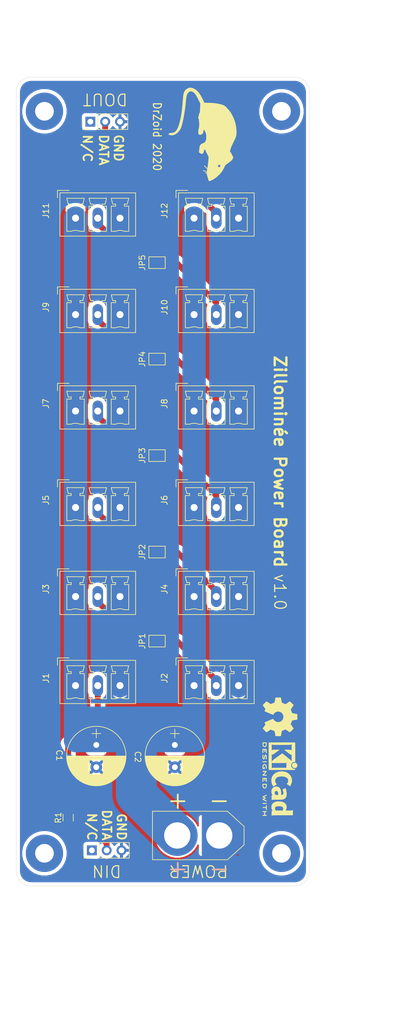
<source format=kicad_pcb>
(kicad_pcb (version 20171130) (host pcbnew "(5.1.4)-1")
  (layers (0 F.Cu signal) (31 B.Cu signal) (34 B.Paste user) (35 F.Paste user) (36 B.SilkS user) (37 F.SilkS user) (38 B.Mask user) (39 F.Mask user) (44 Edge.Cuts user))
  (net 0 "")
  (net 1 "Net-(J10-Pad2)")
  (net 2 "Net-(J2-Pad2)")
  (net 3 "Net-(J4-Pad2)")
  (net 4 "Net-(J6-Pad2)")
  (net 5 "Net-(J8-Pad2)")
  (net 6 +12V)
  (net 7 GND)
  (net 8 DATA_IN)
  (net 9 "Net-(J34-Pad2)")
  (net 10 DATA_OUT)
  (net 11 "Net-(J3-Pad2)")
  (net 12 "Net-(J5-Pad2)")
  (net 13 "Net-(J7-Pad2)")
  (net 14 "Net-(J9-Pad2)")
  (net 15 "Net-(J11-Pad2)")
  (module Mounting_Holes:MountingHole_3.2mm_M3_Pad (layer F.Cu) (at 30.48 167.64)
    (fp_text reference H4 hide)
    (fp_text value MountingHole)
    (pad 1 thru_hole circle (at 0 0) (size 6.4 6.4) (drill 3.2) (layers *.Cu *.Mask))
  )
  (module Mounting_Holes:MountingHole_3.2mm_M3_Pad (layer F.Cu) (at 71.12 167.64)
    (fp_text reference H3 hide)
    (fp_text value MountingHole)
    (pad 1 thru_hole circle (at 0 0) (size 6.4 6.4) (drill 3.2) (layers *.Cu *.Mask))
  )
  (module Mounting_Holes:MountingHole_3.2mm_M3_Pad (layer F.Cu) (at 71.12 40.64)
    (fp_text reference H2 hide)
    (fp_text value MountingHole)
    (pad 1 thru_hole circle (at 0 0) (size 6.4 6.4) (drill 3.2) (layers *.Cu *.Mask))
  )
  (module Mounting_Holes:MountingHole_3.2mm_M3_Pad (layer F.Cu) (at 30.48 40.64)
    (fp_text reference H1 hide)
    (fp_text value MountingHole)
    (pad 1 thru_hole circle (at 0 0) (size 6.4 6.4) (drill 3.2) (layers *.Cu *.Mask))
  )
  (module Capacitors_ThroughHole:CP_Radial_D10.0mm_P3.80mm (layer F.Cu) (at 52.832 149.098 270)
    (fp_text reference C2 (at 2.032 6.35 270 unlocked) (layer F.SilkS))
    (fp_text value CP)
    (pad 1 thru_hole rect (at 0 0 270) (size 2 2) (drill 1) (layers *.Cu *.Mask) (net 6 +12V))
    (pad 2 thru_hole circle (at 3.8 0 270) (size 2 2) (drill 1) (layers *.Cu *.Mask) (net 7 GND))
  )
  (module Capacitors_ThroughHole:CP_Radial_D10.0mm_P3.80mm (layer F.Cu) (at 39.37 149.098 270)
    (fp_text reference C1 (at 1.778 6.35 270 unlocked) (layer F.SilkS))
    (fp_text value CP)
    (pad 1 thru_hole rect (at 0 0 270) (size 2 2) (drill 1) (layers *.Cu *.Mask) (net 6 +12V))
    (pad 2 thru_hole circle (at 3.8 0 270) (size 2 2) (drill 1) (layers *.Cu *.Mask) (net 7 GND))
  )
  (module Symbols:OSHW-Symbol_6.7x6mm_SilkScreen (layer F.Cu) (at 70.866 144.272 270)
    (fp_text reference REF*** hide)
    (fp_text value OSHW-Symbol_6.7x6mm_SilkScreen hide)
  )
  (module Symbols:KiCad-Logo2_6mm_SilkScreen (layer F.Cu) (at 70.866 154.94 270)
    (fp_text reference REF*** hide)
    (fp_text value KiCad-Logo2_6mm_SilkScreen hide)
  )
  (module Jumper:SolderJumper-2_P1.3mm_Open_Pad1.0x1.5mm (layer F.Cu) (at 49.784 66.548 180)
    (fp_text reference JP5 (at 2.54 0 -90) (layer F.SilkS))
    (fp_text value SolderJumper_2_Open)
    (pad 1 smd rect (at -0.65 0 180) (size 1 1.5) (layers F.Cu F.Mask) (net 1 "Net-(J10-Pad2)"))
    (pad 2 smd rect (at 0.65 0 180) (size 1 1.5) (layers F.Cu F.Mask) (net 15 "Net-(J11-Pad2)"))
  )
  (module Jumper:SolderJumper-2_P1.3mm_Open_Pad1.0x1.5mm (layer F.Cu) (at 49.784 83.058 180)
    (fp_text reference JP4 (at 2.54 0 -90) (layer F.SilkS))
    (fp_text value SolderJumper_2_Open)
    (pad 1 smd rect (at -0.65 0 180) (size 1 1.5) (layers F.Cu F.Mask) (net 5 "Net-(J8-Pad2)"))
    (pad 2 smd rect (at 0.65 0 180) (size 1 1.5) (layers F.Cu F.Mask) (net 14 "Net-(J9-Pad2)"))
  )
  (module Jumper:SolderJumper-2_P1.3mm_Open_Pad1.0x1.5mm (layer F.Cu) (at 49.784 99.568 180)
    (fp_text reference JP3 (at 2.54 0 -90) (layer F.SilkS))
    (fp_text value SolderJumper_2_Open)
    (pad 1 smd rect (at -0.65 0 180) (size 1 1.5) (layers F.Cu F.Mask) (net 4 "Net-(J6-Pad2)"))
    (pad 2 smd rect (at 0.65 0 180) (size 1 1.5) (layers F.Cu F.Mask) (net 13 "Net-(J7-Pad2)"))
  )
  (module Jumper:SolderJumper-2_P1.3mm_Open_Pad1.0x1.5mm (layer F.Cu) (at 49.784 116.078 180)
    (fp_text reference JP2 (at 2.54 0 -90) (layer F.SilkS))
    (fp_text value SolderJumper_2_Open)
    (pad 1 smd rect (at -0.65 0 180) (size 1 1.5) (layers F.Cu F.Mask) (net 3 "Net-(J4-Pad2)"))
    (pad 2 smd rect (at 0.65 0 180) (size 1 1.5) (layers F.Cu F.Mask) (net 12 "Net-(J5-Pad2)"))
  )
  (module Jumper:SolderJumper-2_P1.3mm_Open_Pad1.0x1.5mm (layer F.Cu) (at 49.784 131.318 180)
    (fp_text reference JP1 (at 2.54 0 -90) (layer F.SilkS))
    (fp_text value SolderJumper_2_Open)
    (pad 1 smd rect (at -0.65 0 180) (size 1 1.5) (layers F.Cu F.Mask) (net 2 "Net-(J2-Pad2)"))
    (pad 2 smd rect (at 0.65 0 180) (size 1 1.5) (layers F.Cu F.Mask) (net 11 "Net-(J3-Pad2)"))
  )
  (module zillo-mini-devkit:LOGO_RAT (layer B.Cu) (at 59.944 44.958 90)
    (fp_text reference REF** hide)
    (fp_text value LOGO_RAT hide)
    (fp_poly (pts (xy -5.538 1.139) (xy -5.449 1.185) (xy -5.185 0.762) (xy -5.212 0.744) (xy -5.234 0.727) (xy -5.257 0.705) (xy -5.272 0.688) (xy -5.287 0.667) (xy -5.299 0.647) (xy -5.308 0.63) (xy -5.316 0.613) (xy -5.321 0.599) (xy -5.325 0.583) (xy -5.328 0.571) (xy -5.332 0.552) (xy -5.334 0.54) (xy -5.337 0.523) (xy -5.338 0.511) (xy -5.338 0.496) (xy -5.338 0.481) (xy -5.337 0.465) (xy -5.334 0.446) (xy -5.329 0.423) (xy -5.324 0.407) (xy -5.318 0.389) (xy -5.309 0.368) (xy -5.295 0.343) (xy -5.284 0.326) (xy -5.271 0.309) (xy -5.258 0.293) (xy -5.242 0.278) (xy -5.209 0.251) (xy -5.188 0.238) (xy -5.171 0.229) (xy -5.152 0.221) (xy -5.131 0.213) (xy -5.102 0.205) (xy -5.055 0.198) (xy -5.017 0.198) (xy -4.973 0.204) (xy -4.935 0.216) (xy -4.902 0.23) (xy -4.875 0.246) (xy -4.858 0.258) (xy -4.828 0.283) (xy -4.797 0.317) (xy -4.78 0.342) (xy -4.76 0.38) (xy -4.75 0.41) (xy -4.745 0.431) (xy -4.74 0.458) (xy -4.737 0.5) (xy -4.739 0.536) (xy -4.748 0.579) (xy -4.765 0.625) (xy -4.783 0.66) (xy -4.809 0.694) (xy -4.821 0.707) (xy -4.838 0.723) (xy -4.848 0.732) (xy -4.87 0.748) (xy -4.893 0.762) (xy -4.905 0.768) (xy -4.92 0.776) (xy -4.931 0.78) (xy -4.95 0.786) (xy -4.96 0.789) (xy -4.972 0.792) (xy -4.982 0.794) (xy -4.995 0.796) (xy -5.012 0.798) (xy -5.03 0.799) (xy -5.057 0.799) (xy -5.082 0.797) (xy -5.118 0.791) (xy -5.144 0.782) (xy -5.163 0.773) (xy -5.178 0.765) (xy -5.181 0.763) (xy -5.446 1.187) (xy -5.281 1.275) (xy -5.061 1.366) (xy -4.953 1.428) (xy -4.85 1.501) (xy -4.748 1.609) (xy -4.627 1.758) (xy -4.477 1.97) (xy -4.354 2.148) (xy -4.203 2.346) (xy -4.084 2.486) (xy -3.995 2.577) (xy -3.867 2.674) (xy -3.758 2.737) (xy -3.653 2.787) (xy -3.57 2.799) (xy -3.514 2.79) (xy -3.438 2.759) (xy -3.322 2.696) (xy -3.227 2.625) (xy -3.133 2.569) (xy -3.048 2.546) (xy -2.949 2.511) (xy -2.871 2.464) (xy -2.807 2.412) (xy -2.704 2.332) (xy -2.634 2.278) (xy -2.558 2.267) (xy -2.444 2.269) (xy -2.295 2.305) (xy -2.023 2.383) (xy -1.618 2.542) (xy -1.359 2.658) (xy -0.899 2.875) (xy -0.469 3.089) (xy -0.308 3.17) (xy -0.114 3.247) (xy 0.046 3.297) (xy 0.225 3.338) (xy 0.385 3.358) (xy 0.528 3.366) (xy 0.69 3.373) (xy 0.8 3.372) (xy 0.993 3.37) (xy 1.135 3.364) (xy 1.278 3.35) (xy 1.497 3.328) (xy 1.639 3.308) (xy 1.864 3.27) (xy 2.015 3.24) (xy 2.212 3.194) (xy 2.357 3.155) (xy 2.604 3.085) (xy 2.79 3.017) (xy 3.089 2.904) (xy 3.604 2.649) (xy 4.017 2.422) (xy 4.139 2.347) (xy 4.406 2.134) (xy 4.908 1.685) (xy 5.073 1.519) (xy 5.141 1.417) (xy 5.221 1.283) (xy 5.313 1.118) (xy 5.373 0.92) (xy 5.437 0.676) (xy 5.519 0.295) (xy 5.572 0.008) (xy 5.614 -0.295) (xy 5.648 -0.668) (xy 5.673 -1.234) (xy 5.681 -2.081) (xy 5.713 -2.101) (xy 6.21 -2.347) (xy 6.613 -2.543) (xy 7.101 -2.825) (xy 7.337 -2.986) (xy 7.5 -3.11) (xy 7.675 -3.269) (xy 7.804 -3.397) (xy 7.902 -3.529) (xy 7.992 -3.661) (xy 8.075 -3.796) (xy 8.164 -3.99) (xy 8.23 -4.173) (xy 8.256 -4.327) (xy 8.261 -4.46) (xy 8.253 -4.58) (xy 8.229 -4.692) (xy 8.184 -4.818) (xy 8.116 -4.936) (xy 8.036 -5.05) (xy 7.893 -5.213) (xy 7.707 -5.347) (xy 7.552 -5.43) (xy 7.396 -5.484) (xy 7.101 -5.548) (xy 6.744 -5.587) (xy 5.63 -5.684) (xy 4.822 -5.765) (xy 4.469 -5.803) (xy 4.039 -5.855) (xy 3.653 -5.912) (xy 3.212 -5.995) (xy 2.763 -6.093) (xy 2.316 -6.207) (xy 1.981 -6.314) (xy 1.67 -6.409) (xy 1.497 -6.475) (xy 1.308 -6.57) (xy 1.137 -6.665) (xy 0.99 -6.76) (xy 0.879 -6.857) (xy 0.767 -6.965) (xy 0.687 -7.075) (xy 0.63 -7.199) (xy 0.585 -7.308) (xy 0.561 -7.422) (xy 0.532 -7.572) (xy 0.509 -7.711) (xy 0.492 -7.85) (xy 0.483 -7.923) (xy 0.476 -7.995) (xy 0.469 -8.031) (xy 0.455 -8.048) (xy 0.424 -8.076) (xy 0.415 -8.078) (xy 0.401 -8.06) (xy 0.392 -8.034) (xy 0.382 -8.001) (xy 0.365 -7.94) (xy 0.348 -7.876) (xy 0.329 -7.812) (xy 0.311 -7.728) (xy 0.31 -7.662) (xy 0.307 -7.579) (xy 0.317 -7.508) (xy 0.329 -7.435) (xy 0.352 -7.338) (xy 0.379 -7.259) (xy 0.411 -7.176) (xy 0.448 -7.1) (xy 0.501 -7.006) (xy 0.565 -6.905) (xy 0.648 -6.793) (xy 0.744 -6.688) (xy 0.813 -6.619) (xy 0.912 -6.52) (xy 1.043 -6.418) (xy 1.147 -6.335) (xy 1.252 -6.269) (xy 1.484 -6.145) (xy 1.731 -6.062) (xy 1.822 -6.033) (xy 1.969 -5.989) (xy 2.347 -5.886) (xy 2.9 -5.765) (xy 3.568 -5.635) (xy 4.475 -5.487) (xy 5.185 -5.39) (xy 5.635 -5.339) (xy 5.965 -5.31) (xy 6.499 -5.253) (xy 6.72 -5.227) (xy 6.932 -5.18) (xy 7.112 -5.134) (xy 7.232 -5.093) (xy 7.41 -5.005) (xy 7.542 -4.907) (xy 7.621 -4.828) (xy 7.699 -4.735) (xy 7.766 -4.629) (xy 7.811 -4.517) (xy 7.828 -4.423) (xy 7.83 -4.334) (xy 7.823 -4.249) (xy 7.801 -4.149) (xy 7.768 -4.062) (xy 7.684 -3.91) (xy 7.64 -3.849) (xy 7.589 -3.782) (xy 7.554 -3.738) (xy 7.502 -3.687) (xy 7.417 -3.596) (xy 7.341 -3.536) (xy 7.253 -3.479) (xy 7.122 -3.392) (xy 6.986 -3.308) (xy 6.821 -3.216) (xy 6.713 -3.161) (xy 6.489 -3.046) (xy 6.142 -2.87) (xy 5.879 -2.735) (xy 5.729 -2.661) (xy 5.704 -2.649) (xy 5.686 -2.648) (xy 5.355 -2.654) (xy 4.952 -2.663) (xy 4.588 -2.679) (xy 4.381 -2.69) (xy 4.207 -2.72) (xy 4.129 -2.732) (xy 4.046 -2.76) (xy 3.95 -2.798) (xy 3.89 -2.832) (xy 3.824 -2.859) (xy 3.761 -2.879) (xy 3.669 -2.887) (xy 3.572 -2.9) (xy 3.5 -2.91) (xy 3.469 -2.927) (xy 3.415 -2.962) (xy 3.366 -2.977) (xy 3.323 -2.984) (xy 3.266 -2.985) (xy 3.22 -2.984) (xy 3.159 -2.963) (xy 3.113 -2.951) (xy 3.037 -2.923) (xy 2.944 -2.898) (xy 2.816 -2.876) (xy 2.548 -2.846) (xy 2.41 -2.839) (xy 2.214 -2.825) (xy 2.012 -2.822) (xy 1.818 -2.83) (xy 1.628 -2.852) (xy 1.466 -2.88) (xy 1.306 -2.924) (xy 1.199 -2.948) (xy 1.078 -2.966) (xy 0.946 -2.977) (xy 0.789 -2.979) (xy 0.6 -2.977) (xy 0.518 -2.968) (xy 0.465 -2.954) (xy 0.438 -2.938) (xy 0.42 -2.917) (xy 0.408 -2.888) (xy 0.401 -2.853) (xy 0.396 -2.808) (xy 0.395 -2.757) (xy 0.4 -2.705) (xy 0.409 -2.656) (xy 0.433 -2.586) (xy 0.47 -2.519) (xy 0.528 -2.439) (xy 0.583 -2.398) (xy 0.645 -2.371) (xy 0.784 -2.329) (xy 1.06 -2.257) (xy 1.207 -2.216) (xy 1.292 -2.162) (xy 1.335 -2.129) (xy 1.348 -2.106) (xy 1.326 -2.07) (xy 1.272 -2.033) (xy 1.193 -1.992) (xy 1.065 -1.918) (xy 0.772 -1.773) (xy 0.581 -1.7) (xy 0.543 -1.685) (xy 0.435 -1.655) (xy 0.293 -1.632) (xy 0.084 -1.617) (xy -0.07 -1.617) (xy -0.356 -1.623) (xy -0.501 -1.643) (xy -0.623 -1.671) (xy -0.732 -1.713) (xy -0.85 -1.763) (xy -0.911 -1.796) (xy -0.979 -1.847) (xy -1.034 -1.899) (xy -1.104 -1.984) (xy -1.156 -2.052) (xy -1.206 -2.16) (xy -1.249 -2.261) (xy -1.301 -2.385) (xy -1.335 -2.457) (xy -1.371 -2.512) (xy -1.398 -2.551) (xy -1.415 -2.572) (xy -1.448 -2.604) (xy -1.488 -2.634) (xy -1.6 -2.705) (xy -1.727 -2.754) (xy -1.943 -2.781) (xy -2.146 -2.815) (xy -2.41 -2.838) (xy -2.572 -2.861) (xy -2.605 -2.874) (xy -2.633 -2.87) (xy -2.671 -2.848) (xy -2.709 -2.8) (xy -2.737 -2.764) (xy -2.78 -2.71) (xy -2.823 -2.636) (xy -2.848 -2.574) (xy -2.865 -2.509) (xy -2.864 -2.441) (xy -2.832 -2.37) (xy -2.784 -2.314) (xy -2.733 -2.284) (xy -2.667 -2.252) (xy -2.558 -2.228) (xy -2.397 -2.197) (xy -2.289 -2.163) (xy -2.22 -2.113) (xy -2.177 -2.07) (xy -2.148 -2.014) (xy -2.135 -1.965) (xy -2.132 -1.92) (xy -2.141 -1.869) (xy -2.15 -1.841) (xy -2.167 -1.823) (xy -2.19 -1.809) (xy -2.22 -1.79) (xy -2.295 -1.762) (xy -2.445 -1.709) (xy -2.62 -1.642) (xy -2.689 -1.613) (xy -2.783 -1.563) (xy -2.893 -1.504) (xy -3.193 -1.325) (xy -3.304 -1.275) (xy -3.489 -1.222) (xy -3.647 -1.211) (xy -3.752 -1.225) (xy -3.963 -1.24) (xy -4.406 -1.281) (xy -4.664 -1.315) (xy -4.924 -1.349) (xy -5.16 -1.381) (xy -5.425 -1.426) (xy -5.848 -1.481) (xy -5.978 -1.503) (xy -6.181 -1.521) (xy -6.342 -1.525) (xy -6.454 -1.515) (xy -6.546 -1.497) (xy -6.812 -1.421) (xy -7.015 -1.361) (xy -7.099 -1.332) (xy -7.222 -1.298) (xy -7.359 -1.274) (xy -7.424 -1.254) (xy -7.472 -1.228) (xy -7.504 -1.195) (xy -7.516 -1.15) (xy -7.518 -1.097) (xy -7.485 -1.014) (xy -7.428 -0.883) (xy -7.305 -0.646) (xy -7.167 -0.415) (xy -6.996 -0.171) (xy -6.874 -0.009) (xy -6.647 0.251) (xy -6.482 0.432) (xy -6.25 0.65) (xy -6.007 0.846) (xy -5.859 0.949) (xy -5.719 1.032) (xy -5.619 1.092)) (layer F.Cu) (width 0.1))
    (pad 1 smd circle (at -5.047 0.527 90) (size 0.6 0.6) (layers F.Cu F.Mask))
  )
  (module Connectors_Phoenix:PhoenixContact_MCV-G_03x3.81mm_Vertical (layer F.Cu) (at 35.814 138.938)
    (fp_text reference J1 (at -5.08 -1.27 -90) (layer F.SilkS))
    (fp_text value Conn_01x03_Male)
    (pad 1 thru_hole rect (at 0 0) (size 1.8 3.6) (drill 1.2) (layers *.Cu *.Mask) (net 6 +12V))
    (pad 2 thru_hole oval (at 3.81 0) (size 1.8 3.6) (drill 1.2) (layers *.Cu *.Mask) (net 8 DATA_IN))
    (pad 3 thru_hole oval (at 7.62 0) (size 1.8 3.6) (drill 1.2) (layers *.Cu *.Mask) (net 7 GND))
  )
  (module Pin_Headers:Pin_Header_Straight_1x03_Pitch2.54mm (layer F.Cu) (at 38.354 42.418 90)
    (fp_text reference J13 hide)
    (fp_text value LED_DOUT)
    (pad 3 thru_hole oval (at 0 5.08 90) (size 1.7 1.7) (drill 1) (layers *.Cu *.Mask) (net 7 GND))
    (pad 2 thru_hole oval (at 0 2.54 90) (size 1.7 1.7) (drill 1) (layers *.Cu *.Mask) (net 10 DATA_OUT))
    (pad 1 thru_hole rect (at 0 0 90) (size 1.7 1.7) (drill 1) (layers *.Cu *.Mask))
  )
  (module Resistors_SMD:R_0805_HandSoldering (layer F.Cu) (at 34.544 161.544 90)
    (fp_text reference R1 (at 0 -1.7 -90) (layer F.SilkS))
    (fp_text value 470)
    (pad 1 smd rect (at -1.35 0 90) (size 1.5 1.3) (layers F.Cu F.Paste F.Mask) (net 9 "Net-(J34-Pad2)"))
    (pad 2 smd rect (at 1.35 0 90) (size 1.5 1.3) (layers F.Cu F.Paste F.Mask) (net 8 DATA_IN))
  )
  (module Pin_Headers:Pin_Header_Straight_1x03_Pitch2.54mm (layer F.Cu) (at 38.608 167.132 90)
    (fp_text reference J34 hide)
    (fp_text value LED_DIN hide)
    (pad 1 thru_hole rect (at 0 0 90) (size 1.7 1.7) (drill 1) (layers *.Cu *.Mask))
    (pad 2 thru_hole oval (at 0 2.54 90) (size 1.7 1.7) (drill 1) (layers *.Cu *.Mask) (net 9 "Net-(J34-Pad2)"))
    (pad 3 thru_hole oval (at 0 5.08 90) (size 1.7 1.7) (drill 1) (layers *.Cu *.Mask) (net 7 GND))
  )
  (module Connectors_Phoenix:PhoenixContact_MCV-G_03x3.81mm_Vertical (layer F.Cu) (at 35.814 91.948)
    (fp_text reference J7 (at -5.08 -1.27 -90) (layer F.SilkS))
    (fp_text value Conn_01x03_Male)
    (pad 1 thru_hole rect (at 0 0) (size 1.8 3.6) (drill 1.2) (layers *.Cu *.Mask) (net 6 +12V))
    (pad 2 thru_hole oval (at 3.81 0) (size 1.8 3.6) (drill 1.2) (layers *.Cu *.Mask) (net 13 "Net-(J7-Pad2)"))
    (pad 3 thru_hole oval (at 7.62 0) (size 1.8 3.6) (drill 1.2) (layers *.Cu *.Mask) (net 7 GND))
  )
  (module Connectors_Phoenix:PhoenixContact_MCV-G_03x3.81mm_Vertical (layer F.Cu) (at 56.134 91.948)
    (fp_text reference J8 (at -5.08 -1.27 -90) (layer F.SilkS))
    (fp_text value Conn_01x03_Male)
    (pad 1 thru_hole rect (at 0 0) (size 1.8 3.6) (drill 1.2) (layers *.Cu *.Mask) (net 6 +12V))
    (pad 2 thru_hole oval (at 3.81 0) (size 1.8 3.6) (drill 1.2) (layers *.Cu *.Mask) (net 5 "Net-(J8-Pad2)"))
    (pad 3 thru_hole oval (at 7.62 0) (size 1.8 3.6) (drill 1.2) (layers *.Cu *.Mask) (net 7 GND))
  )
  (module Connectors_Phoenix:PhoenixContact_MCV-G_03x3.81mm_Vertical (layer F.Cu) (at 35.814 58.928)
    (fp_text reference J11 (at -5.08 -1.27 -90) (layer F.SilkS))
    (fp_text value Conn_01x03_Male)
    (pad 1 thru_hole rect (at 0 0) (size 1.8 3.6) (drill 1.2) (layers *.Cu *.Mask) (net 6 +12V))
    (pad 2 thru_hole oval (at 3.81 0) (size 1.8 3.6) (drill 1.2) (layers *.Cu *.Mask) (net 15 "Net-(J11-Pad2)"))
    (pad 3 thru_hole oval (at 7.62 0) (size 1.8 3.6) (drill 1.2) (layers *.Cu *.Mask) (net 7 GND))
  )
  (module Connectors_Phoenix:PhoenixContact_MCV-G_03x3.81mm_Vertical (layer F.Cu) (at 56.134 75.438)
    (fp_text reference J10 (at -5.08 -1.27 -90) (layer F.SilkS))
    (fp_text value Conn_01x03_Male)
    (pad 1 thru_hole rect (at 0 0) (size 1.8 3.6) (drill 1.2) (layers *.Cu *.Mask) (net 6 +12V))
    (pad 2 thru_hole oval (at 3.81 0) (size 1.8 3.6) (drill 1.2) (layers *.Cu *.Mask) (net 1 "Net-(J10-Pad2)"))
    (pad 3 thru_hole oval (at 7.62 0) (size 1.8 3.6) (drill 1.2) (layers *.Cu *.Mask) (net 7 GND))
  )
  (module Connectors_Phoenix:PhoenixContact_MCV-G_03x3.81mm_Vertical (layer F.Cu) (at 56.134 58.928)
    (fp_text reference J12 (at -5.08 -1.27 -90) (layer F.SilkS))
    (fp_text value Conn_01x03_Male)
    (pad 1 thru_hole rect (at 0 0) (size 1.8 3.6) (drill 1.2) (layers *.Cu *.Mask) (net 6 +12V))
    (pad 2 thru_hole oval (at 3.81 0) (size 1.8 3.6) (drill 1.2) (layers *.Cu *.Mask) (net 10 DATA_OUT))
    (pad 3 thru_hole oval (at 7.62 0) (size 1.8 3.6) (drill 1.2) (layers *.Cu *.Mask) (net 7 GND))
  )
  (module Connectors_Phoenix:PhoenixContact_MCV-G_03x3.81mm_Vertical (layer F.Cu) (at 35.814 75.438)
    (fp_text reference J9 (at -5.08 -1.27 -90) (layer F.SilkS))
    (fp_text value Conn_01x03_Male)
    (pad 1 thru_hole rect (at 0 0) (size 1.8 3.6) (drill 1.2) (layers *.Cu *.Mask) (net 6 +12V))
    (pad 2 thru_hole oval (at 3.81 0) (size 1.8 3.6) (drill 1.2) (layers *.Cu *.Mask) (net 14 "Net-(J9-Pad2)"))
    (pad 3 thru_hole oval (at 7.62 0) (size 1.8 3.6) (drill 1.2) (layers *.Cu *.Mask) (net 7 GND))
  )
  (module Connectors_Phoenix:PhoenixContact_MCV-G_03x3.81mm_Vertical (layer F.Cu) (at 56.134 108.458)
    (fp_text reference J6 (at -5.08 -1.27 -90) (layer F.SilkS))
    (fp_text value Conn_01x03_Male)
    (pad 1 thru_hole rect (at 0 0) (size 1.8 3.6) (drill 1.2) (layers *.Cu *.Mask) (net 6 +12V))
    (pad 2 thru_hole oval (at 3.81 0) (size 1.8 3.6) (drill 1.2) (layers *.Cu *.Mask) (net 4 "Net-(J6-Pad2)"))
    (pad 3 thru_hole oval (at 7.62 0) (size 1.8 3.6) (drill 1.2) (layers *.Cu *.Mask) (net 7 GND))
  )
  (module Connectors_Phoenix:PhoenixContact_MCV-G_03x3.81mm_Vertical (layer F.Cu) (at 35.814 108.458)
    (fp_text reference J5 (at -5.08 -1.27 -90) (layer F.SilkS))
    (fp_text value Conn_01x03_Male)
    (pad 1 thru_hole rect (at 0 0) (size 1.8 3.6) (drill 1.2) (layers *.Cu *.Mask) (net 6 +12V))
    (pad 2 thru_hole oval (at 3.81 0) (size 1.8 3.6) (drill 1.2) (layers *.Cu *.Mask) (net 12 "Net-(J5-Pad2)"))
    (pad 3 thru_hole oval (at 7.62 0) (size 1.8 3.6) (drill 1.2) (layers *.Cu *.Mask) (net 7 GND))
  )
  (module Connectors_Phoenix:PhoenixContact_MCV-G_03x3.81mm_Vertical (layer F.Cu) (at 56.134 123.698)
    (fp_text reference J4 (at -5.08 -1.27 -90) (layer F.SilkS))
    (fp_text value Conn_01x03_Male)
    (pad 1 thru_hole rect (at 0 0) (size 1.8 3.6) (drill 1.2) (layers *.Cu *.Mask) (net 6 +12V))
    (pad 2 thru_hole oval (at 3.81 0) (size 1.8 3.6) (drill 1.2) (layers *.Cu *.Mask) (net 3 "Net-(J4-Pad2)"))
    (pad 3 thru_hole oval (at 7.62 0) (size 1.8 3.6) (drill 1.2) (layers *.Cu *.Mask) (net 7 GND))
  )
  (module Connectors_Phoenix:PhoenixContact_MCV-G_03x3.81mm_Vertical (layer F.Cu) (at 35.814 123.698)
    (fp_text reference J3 (at -5.08 -1.27 -90) (layer F.SilkS))
    (fp_text value Conn_01x03_Male)
    (pad 1 thru_hole rect (at 0 0) (size 1.8 3.6) (drill 1.2) (layers *.Cu *.Mask) (net 6 +12V))
    (pad 2 thru_hole oval (at 3.81 0) (size 1.8 3.6) (drill 1.2) (layers *.Cu *.Mask) (net 11 "Net-(J3-Pad2)"))
    (pad 3 thru_hole oval (at 7.62 0) (size 1.8 3.6) (drill 1.2) (layers *.Cu *.Mask) (net 7 GND))
  )
  (module Connectors_Phoenix:PhoenixContact_MCV-G_03x3.81mm_Vertical (layer F.Cu) (at 56.134 138.938)
    (fp_text reference J2 (at -5.08 -1.27 -90) (layer F.SilkS))
    (fp_text value Conn_01x03_Male)
    (pad 1 thru_hole rect (at 0 0) (size 1.8 3.6) (drill 1.2) (layers *.Cu *.Mask) (net 6 +12V))
    (pad 2 thru_hole oval (at 3.81 0) (size 1.8 3.6) (drill 1.2) (layers *.Cu *.Mask) (net 2 "Net-(J2-Pad2)"))
    (pad 3 thru_hole oval (at 7.62 0) (size 1.8 3.6) (drill 1.2) (layers *.Cu *.Mask) (net 7 GND))
  )
  (module Connector_AMASS:AMASS_XT60-F_1x02_P7.20mm_Vertical (layer F.Cu) (at 60.452 164.592 180)
    (fp_text reference POWER1 hide)
    (fp_text value XT60)
    (pad 1 thru_hole roundrect (at 0 0 180) (size 6 6) (drill 4.5) (layers *.Cu *.Mask) (net 7 GND))
    (pad 2 thru_hole circle (at 7.2 0 180) (size 6 6) (drill 4.5) (layers *.Cu *.Mask) (net 6 +12V))
  )
  (gr_line (start 28.194 173.228) (end 73.406 173.228) (layer Edge.Cuts) (width 0.05))
  (gr_line (start 73.406 34.798) (end 28.194 34.798) (layer Edge.Cuts) (width 0.05))
  (gr_line (start 25.654 170.688) (end 25.654 37.338) (layer Edge.Cuts) (width 0.05))
  (gr_line (start 75.946 37.338) (end 75.946 170.688) (layer Edge.Cuts) (width 0.05))
  (gr_text v1.0 (at 70.866 122.936 270) (layer F.SilkS) (effects (font (size 2 2) (thickness 0.2))))
  (gr_text + (at 53.34 158.496) (layer F.SilkS) (effects (font (size 3 3) (thickness 0.3)) (justify mirror)))
  (gr_text POWER (at 56.896 170.688 -180) (layer F.SilkS) (effects (font (size 2 2) (thickness 0.2))))
  (gr_text DIN (at 41.148 170.688 -180) (layer F.SilkS) (effects (font (size 2 2) (thickness 0.2))))
  (gr_text DOUT (at 40.894 38.608 180) (layer F.SilkS) (effects (font (size 2 2) (thickness 0.2))))
  (gr_text N/C (at 37.846 44.45 270) (layer F.SilkS) (effects (font (size 1.5 1.5) (thickness 0.3)) (justify left)))
  (gr_text GND (at 43.18 44.45 270) (layer F.SilkS) (effects (font (size 1.5 1.5) (thickness 0.3)) (justify left)))
  (gr_text DATA (at 40.64 44.45 270) (layer F.SilkS) (effects (font (size 1.5 1.5) (thickness 0.3)) (justify left)))
  (gr_text DATA (at 41.148 165.608 270) (layer F.SilkS) (effects (font (size 1.5 1.5) (thickness 0.3)) (justify right)))
  (gr_text GND (at 43.688 165.608 270) (layer F.SilkS) (effects (font (size 1.5 1.5) (thickness 0.3)) (justify right)))
  (gr_text N/C (at 38.608 165.608 270) (layer F.SilkS) (effects (font (size 1.5 1.5) (thickness 0.3)) (justify right)))
  (gr_text "Zillominée Power Board" (at 70.866 100.584 270) (layer F.SilkS) (effects (font (size 2 2) (thickness 0.4))))
  (gr_text "DrZoid 2020" (at 49.784 44.958 270) (layer F.SilkS) (effects (font (size 1.35 1.25) (thickness 0.2))))
  (gr_text - (at 60.452 158.496) (layer F.SilkS) (effects (font (size 3 3) (thickness 0.3)) (justify mirror)))
  (gr_text - (at 60.452 170.18) (layer B.SilkS) (effects (font (size 3 3) (thickness 0.3)) (justify mirror)))
  (gr_arc (start 28.194 170.688) (end 25.654 170.688) (angle -90) (layer Edge.Cuts) (width 0.05))
  (gr_arc (start 28.194 37.338) (end 28.194 34.798) (angle -90) (layer Edge.Cuts) (width 0.05))
  (gr_arc (start 73.406 37.338) (end 75.946 37.338) (angle -90) (layer Edge.Cuts) (width 0.05))
  (gr_arc (start 73.406 170.688) (end 73.406 173.228) (angle -90) (layer Edge.Cuts) (width 0.05))
  (gr_text + (at 53.34 170.18) (layer B.SilkS) (effects (font (size 3 3) (thickness 0.3)) (justify mirror)))
  (segment (start 59.944 75.438) (end 59.944 74.538) (width 0.25) (layer F.Cu) (net 1))
  (segment (start 51.184 66.548) (end 50.434 66.548) (width 0.25) (layer F.Cu) (net 1))
  (segment (start 53.104 66.548) (end 51.184 66.548) (width 1) (layer F.Cu) (net 1))
  (segment (start 59.944 73.388) (end 53.104 66.548) (width 1) (layer F.Cu) (net 1))
  (segment (start 59.944 75.438) (end 59.944 73.388) (width 0.25) (layer F.Cu) (net 1))
  (segment (start 51.184 131.318) (end 50.434 131.318) (width 0.25) (layer F.Cu) (net 2))
  (segment (start 53.224 131.318) (end 51.184 131.318) (width 1) (layer F.Cu) (net 2))
  (segment (start 59.944 138.038) (end 53.224 131.318) (width 1) (layer F.Cu) (net 2))
  (segment (start 59.944 138.938) (end 59.944 138.038) (width 0.25) (layer F.Cu) (net 2))
  (segment (start 51.184 116.078) (end 50.434 116.078) (width 0.25) (layer F.Cu) (net 3))
  (segment (start 53.224 116.078) (end 51.184 116.078) (width 1) (layer F.Cu) (net 3))
  (segment (start 59.944 122.798) (end 53.224 116.078) (width 1) (layer F.Cu) (net 3))
  (segment (start 59.944 123.698) (end 59.944 122.798) (width 0.25) (layer F.Cu) (net 3))
  (segment (start 59.944 106.408) (end 53.104 99.568) (width 1) (layer F.Cu) (net 4))
  (segment (start 59.944 108.458) (end 59.944 106.408) (width 1) (layer F.Cu) (net 4))
  (segment (start 53.104 99.568) (end 50.434 99.568) (width 1) (layer F.Cu) (net 4))
  (segment (start 51.184 83.058) (end 50.434 83.058) (width 0.25) (layer F.Cu) (net 5))
  (segment (start 53.104 83.058) (end 51.184 83.058) (width 1) (layer F.Cu) (net 5))
  (segment (start 59.944 89.898) (end 53.104 83.058) (width 1) (layer F.Cu) (net 5))
  (segment (start 59.944 91.948) (end 59.944 89.898) (width 1) (layer F.Cu) (net 5))
  (segment (start 35.814 138.938) (end 35.814 58.928) (width 4) (layer B.Cu) (net 6))
  (segment (start 56.134 58.928) (end 56.134 138.938) (width 4) (layer B.Cu) (net 6))
  (segment (start 56.134 138.938) (end 56.134 140.988) (width 0.25) (layer B.Cu) (net 6))
  (segment (start 56.134 144.526) (end 35.814 144.526) (width 4) (layer B.Cu) (net 6))
  (segment (start 56.134 148.336) (end 56.134 123.698) (width 4) (layer B.Cu) (net 6))
  (segment (start 35.814 148.336) (end 35.814 123.698) (width 4) (layer B.Cu) (net 6))
  (segment (start 56.134 148.336) (end 54.046 148.336) (width 4) (layer B.Cu) (net 6))
  (segment (start 46.228 155.536) (end 46.228 148.336) (width 7) (layer B.Cu) (net 6))
  (segment (start 54.046 148.336) (end 46.228 148.336) (width 4) (layer B.Cu) (net 6))
  (segment (start 46.228 148.336) (end 35.814 148.336) (width 4) (layer B.Cu) (net 6))
  (segment (start 46.228 157.568) (end 46.228 155.536) (width 7) (layer B.Cu) (net 6))
  (segment (start 53.252 164.592) (end 46.228 157.568) (width 7) (layer B.Cu) (net 6))
  (segment (start 43.434 138.938) (end 43.434 58.928) (width 4) (layer B.Cu) (net 7))
  (segment (start 63.754 58.928) (end 63.754 56.642) (width 4) (layer B.Cu) (net 7))
  (segment (start 43.434 59.69) (end 43.434 56.642) (width 4) (layer B.Cu) (net 7))
  (segment (start 63.754 58.928) (end 63.754 138.938) (width 4) (layer B.Cu) (net 7))
  (segment (start 60.452 161.492) (end 60.452 164.592) (width 6) (layer B.Cu) (net 7))
  (segment (start 63.754 164.338) (end 60.96 164.338) (width 7) (layer B.Cu) (net 7))
  (segment (start 60.452 164.592) (end 60.452 167.692) (width 6) (layer B.Cu) (net 7))
  (segment (start 60.452 168.656) (end 60.452 164.592) (width 6) (layer F.Cu) (net 7))
  (segment (start 60.452 160.782) (end 60.452 164.592) (width 6) (layer F.Cu) (net 7))
  (segment (start 64.262 164.592) (end 60.96 164.592) (width 7) (layer F.Cu) (net 7))
  (segment (start 39.624 143.838) (end 39.624 138.938) (width 1) (layer F.Cu) (net 8))
  (segment (start 34.544 148.918) (end 34.544 160.194) (width 1) (layer F.Cu) (net 8))
  (segment (start 39.624 143.838) (end 34.544 148.918) (width 1) (layer F.Cu) (net 8))
  (segment (start 41.148 165.929919) (end 41.148 167.132) (width 1) (layer F.Cu) (net 9))
  (segment (start 38.112081 162.894) (end 41.148 165.929919) (width 1) (layer F.Cu) (net 9))
  (segment (start 34.544 162.894) (end 38.112081 162.894) (width 1) (layer F.Cu) (net 9))
  (segment (start 59.944 58.928) (end 59.944 58.028) (width 0.25) (layer F.Cu) (net 10))
  (segment (start 59.944 58.028) (end 53.224 51.308) (width 1) (layer F.Cu) (net 10))
  (segment (start 40.894 42.418) (end 40.894 47.498) (width 1) (layer F.Cu) (net 10))
  (segment (start 40.894 47.498) (end 44.704 51.308) (width 1) (layer F.Cu) (net 10))
  (segment (start 44.704 51.308) (end 53.224 51.308) (width 1) (layer F.Cu) (net 10))
  (segment (start 48.384 131.318) (end 49.134 131.318) (width 0.25) (layer F.Cu) (net 11))
  (segment (start 46.344 131.318) (end 48.384 131.318) (width 1) (layer F.Cu) (net 11))
  (segment (start 39.624 124.598) (end 46.344 131.318) (width 1) (layer F.Cu) (net 11))
  (segment (start 39.624 123.698) (end 39.624 124.598) (width 0.25) (layer F.Cu) (net 11))
  (segment (start 39.624 109.358) (end 39.624 108.458) (width 0.25) (layer F.Cu) (net 12))
  (segment (start 46.344 116.078) (end 39.624 109.358) (width 1) (layer F.Cu) (net 12))
  (segment (start 49.134 116.078) (end 46.344 116.078) (width 1) (layer F.Cu) (net 12))
  (segment (start 46.344 99.568) (end 39.624 92.848) (width 1) (layer F.Cu) (net 13))
  (segment (start 49.134 99.568) (end 46.344 99.568) (width 1) (layer F.Cu) (net 13))
  (segment (start 39.624 76.338) (end 39.624 75.438) (width 0.25) (layer F.Cu) (net 14))
  (segment (start 46.344 83.058) (end 39.624 76.338) (width 1) (layer F.Cu) (net 14))
  (segment (start 49.134 83.058) (end 46.344 83.058) (width 1) (layer F.Cu) (net 14))
  (segment (start 39.624 59.828) (end 39.624 58.928) (width 0.25) (layer F.Cu) (net 15))
  (segment (start 46.344 66.548) (end 39.624 59.828) (width 1) (layer F.Cu) (net 15))
  (segment (start 49.134 66.548) (end 46.344 66.548) (width 1) (layer F.Cu) (net 15))
  (zone (net 7) (net_name GND) (layer F.Cu) (connect_pads (clearance 0.8)) (min_thickness 0.254) (fill yes (arc_segments 32) (thermal_gap 0.508) (thermal_bridge_width 0.508))
    (polygon (pts (xy 91.44 21.59) (xy 22.86 21.59) (xy 22.86 196.85) (xy 91.44 196.85)))
  )
  (zone (net 7) (net_name GND) (layer B.Cu) (connect_pads (clearance 0.6)) (min_thickness 0.254) (fill yes (arc_segments 32) (thermal_gap 0.508) (thermal_bridge_width 0.508))
    (polygon (pts (xy 22.86 21.59) (xy 91.44 21.59) (xy 91.44 196.85) (xy 22.86 196.85)))
  )
)
</source>
